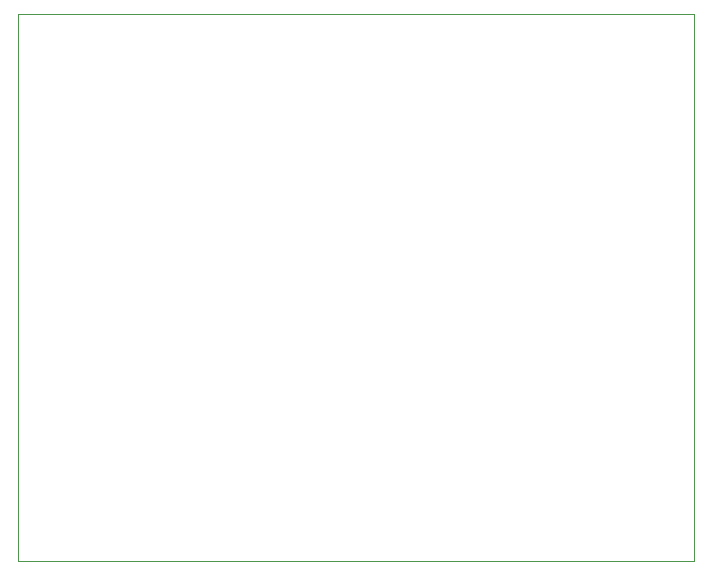
<source format=gbr>
%TF.GenerationSoftware,KiCad,Pcbnew,7.99.0-1092-g932f171e96*%
%TF.CreationDate,2023-06-27T00:36:35+02:00*%
%TF.ProjectId,irrigation,69727269-6761-4746-996f-6e2e6b696361,0.2*%
%TF.SameCoordinates,Original*%
%TF.FileFunction,Profile,NP*%
%FSLAX46Y46*%
G04 Gerber Fmt 4.6, Leading zero omitted, Abs format (unit mm)*
G04 Created by KiCad (PCBNEW 7.99.0-1092-g932f171e96) date 2023-06-27 00:36:35*
%MOMM*%
%LPD*%
G01*
G04 APERTURE LIST*
%TA.AperFunction,Profile*%
%ADD10C,0.100000*%
%TD*%
G04 APERTURE END LIST*
D10*
X111100000Y-34900000D02*
X111100000Y-81200000D01*
X168400000Y-34900000D02*
X111100000Y-34900000D01*
X168400000Y-81200000D02*
X168400000Y-34900000D01*
X111100000Y-81200000D02*
X168400000Y-81200000D01*
M02*

</source>
